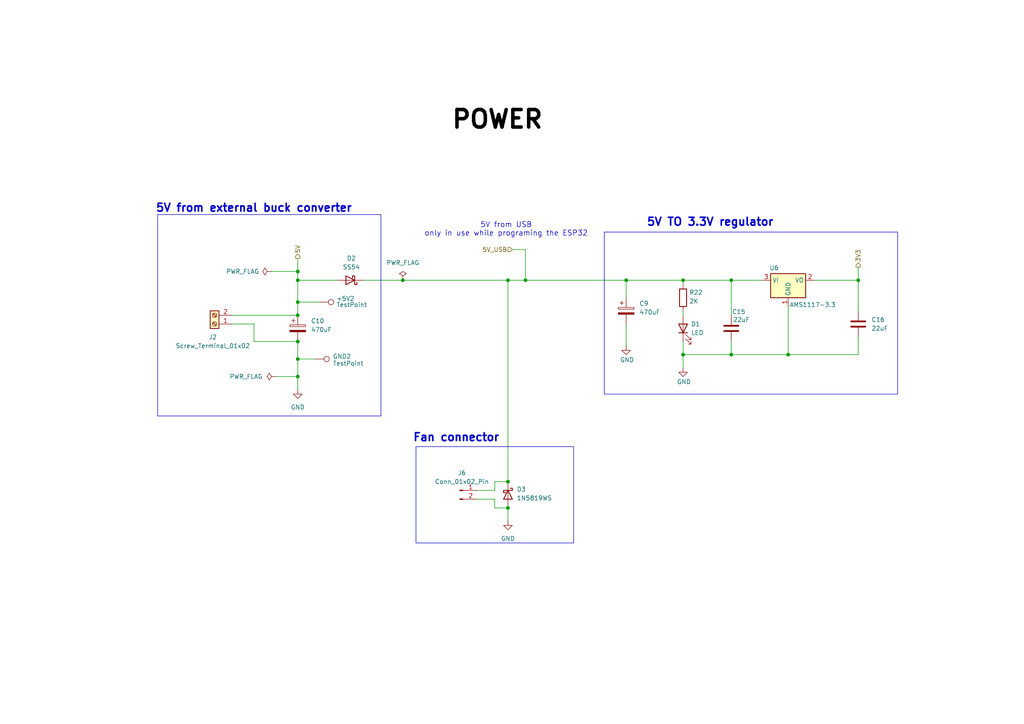
<source format=kicad_sch>
(kicad_sch
	(version 20231120)
	(generator "eeschema")
	(generator_version "8.0")
	(uuid "b7b81b5a-754b-49bb-b8a6-c497da1a856c")
	(paper "A4")
	(lib_symbols
		(symbol "Connector:Conn_01x02_Pin"
			(pin_names
				(offset 1.016) hide)
			(exclude_from_sim no)
			(in_bom yes)
			(on_board yes)
			(property "Reference" "J"
				(at 0 2.54 0)
				(effects
					(font
						(size 1.27 1.27)
					)
				)
			)
			(property "Value" "Conn_01x02_Pin"
				(at 0 -5.08 0)
				(effects
					(font
						(size 1.27 1.27)
					)
				)
			)
			(property "Footprint" ""
				(at 0 0 0)
				(effects
					(font
						(size 1.27 1.27)
					)
					(hide yes)
				)
			)
			(property "Datasheet" "~"
				(at 0 0 0)
				(effects
					(font
						(size 1.27 1.27)
					)
					(hide yes)
				)
			)
			(property "Description" "Generic connector, single row, 01x02, script generated"
				(at 0 0 0)
				(effects
					(font
						(size 1.27 1.27)
					)
					(hide yes)
				)
			)
			(property "ki_locked" ""
				(at 0 0 0)
				(effects
					(font
						(size 1.27 1.27)
					)
				)
			)
			(property "ki_keywords" "connector"
				(at 0 0 0)
				(effects
					(font
						(size 1.27 1.27)
					)
					(hide yes)
				)
			)
			(property "ki_fp_filters" "Connector*:*_1x??_*"
				(at 0 0 0)
				(effects
					(font
						(size 1.27 1.27)
					)
					(hide yes)
				)
			)
			(symbol "Conn_01x02_Pin_1_1"
				(polyline
					(pts
						(xy 1.27 -2.54) (xy 0.8636 -2.54)
					)
					(stroke
						(width 0.1524)
						(type default)
					)
					(fill
						(type none)
					)
				)
				(polyline
					(pts
						(xy 1.27 0) (xy 0.8636 0)
					)
					(stroke
						(width 0.1524)
						(type default)
					)
					(fill
						(type none)
					)
				)
				(rectangle
					(start 0.8636 -2.413)
					(end 0 -2.667)
					(stroke
						(width 0.1524)
						(type default)
					)
					(fill
						(type outline)
					)
				)
				(rectangle
					(start 0.8636 0.127)
					(end 0 -0.127)
					(stroke
						(width 0.1524)
						(type default)
					)
					(fill
						(type outline)
					)
				)
				(pin passive line
					(at 5.08 0 180)
					(length 3.81)
					(name "Pin_1"
						(effects
							(font
								(size 1.27 1.27)
							)
						)
					)
					(number "1"
						(effects
							(font
								(size 1.27 1.27)
							)
						)
					)
				)
				(pin passive line
					(at 5.08 -2.54 180)
					(length 3.81)
					(name "Pin_2"
						(effects
							(font
								(size 1.27 1.27)
							)
						)
					)
					(number "2"
						(effects
							(font
								(size 1.27 1.27)
							)
						)
					)
				)
			)
		)
		(symbol "Connector:Screw_Terminal_01x02"
			(pin_names
				(offset 1.016) hide)
			(exclude_from_sim no)
			(in_bom yes)
			(on_board yes)
			(property "Reference" "J"
				(at 0 2.54 0)
				(effects
					(font
						(size 1.27 1.27)
					)
				)
			)
			(property "Value" "Screw_Terminal_01x02"
				(at 0 -5.08 0)
				(effects
					(font
						(size 1.27 1.27)
					)
				)
			)
			(property "Footprint" ""
				(at 0 0 0)
				(effects
					(font
						(size 1.27 1.27)
					)
					(hide yes)
				)
			)
			(property "Datasheet" "~"
				(at 0 0 0)
				(effects
					(font
						(size 1.27 1.27)
					)
					(hide yes)
				)
			)
			(property "Description" "Generic screw terminal, single row, 01x02, script generated (kicad-library-utils/schlib/autogen/connector/)"
				(at 0 0 0)
				(effects
					(font
						(size 1.27 1.27)
					)
					(hide yes)
				)
			)
			(property "ki_keywords" "screw terminal"
				(at 0 0 0)
				(effects
					(font
						(size 1.27 1.27)
					)
					(hide yes)
				)
			)
			(property "ki_fp_filters" "TerminalBlock*:*"
				(at 0 0 0)
				(effects
					(font
						(size 1.27 1.27)
					)
					(hide yes)
				)
			)
			(symbol "Screw_Terminal_01x02_1_1"
				(rectangle
					(start -1.27 1.27)
					(end 1.27 -3.81)
					(stroke
						(width 0.254)
						(type default)
					)
					(fill
						(type background)
					)
				)
				(circle
					(center 0 -2.54)
					(radius 0.635)
					(stroke
						(width 0.1524)
						(type default)
					)
					(fill
						(type none)
					)
				)
				(polyline
					(pts
						(xy -0.5334 -2.2098) (xy 0.3302 -3.048)
					)
					(stroke
						(width 0.1524)
						(type default)
					)
					(fill
						(type none)
					)
				)
				(polyline
					(pts
						(xy -0.5334 0.3302) (xy 0.3302 -0.508)
					)
					(stroke
						(width 0.1524)
						(type default)
					)
					(fill
						(type none)
					)
				)
				(polyline
					(pts
						(xy -0.3556 -2.032) (xy 0.508 -2.8702)
					)
					(stroke
						(width 0.1524)
						(type default)
					)
					(fill
						(type none)
					)
				)
				(polyline
					(pts
						(xy -0.3556 0.508) (xy 0.508 -0.3302)
					)
					(stroke
						(width 0.1524)
						(type default)
					)
					(fill
						(type none)
					)
				)
				(circle
					(center 0 0)
					(radius 0.635)
					(stroke
						(width 0.1524)
						(type default)
					)
					(fill
						(type none)
					)
				)
				(pin passive line
					(at -5.08 0 0)
					(length 3.81)
					(name "Pin_1"
						(effects
							(font
								(size 1.27 1.27)
							)
						)
					)
					(number "1"
						(effects
							(font
								(size 1.27 1.27)
							)
						)
					)
				)
				(pin passive line
					(at -5.08 -2.54 0)
					(length 3.81)
					(name "Pin_2"
						(effects
							(font
								(size 1.27 1.27)
							)
						)
					)
					(number "2"
						(effects
							(font
								(size 1.27 1.27)
							)
						)
					)
				)
			)
		)
		(symbol "Connector:TestPoint"
			(pin_numbers hide)
			(pin_names
				(offset 0.762) hide)
			(exclude_from_sim no)
			(in_bom yes)
			(on_board yes)
			(property "Reference" "TP"
				(at 0 6.858 0)
				(effects
					(font
						(size 1.27 1.27)
					)
				)
			)
			(property "Value" "TestPoint"
				(at 0 5.08 0)
				(effects
					(font
						(size 1.27 1.27)
					)
				)
			)
			(property "Footprint" ""
				(at 5.08 0 0)
				(effects
					(font
						(size 1.27 1.27)
					)
					(hide yes)
				)
			)
			(property "Datasheet" "~"
				(at 5.08 0 0)
				(effects
					(font
						(size 1.27 1.27)
					)
					(hide yes)
				)
			)
			(property "Description" "test point"
				(at 0 0 0)
				(effects
					(font
						(size 1.27 1.27)
					)
					(hide yes)
				)
			)
			(property "ki_keywords" "test point tp"
				(at 0 0 0)
				(effects
					(font
						(size 1.27 1.27)
					)
					(hide yes)
				)
			)
			(property "ki_fp_filters" "Pin* Test*"
				(at 0 0 0)
				(effects
					(font
						(size 1.27 1.27)
					)
					(hide yes)
				)
			)
			(symbol "TestPoint_0_1"
				(circle
					(center 0 3.302)
					(radius 0.762)
					(stroke
						(width 0)
						(type default)
					)
					(fill
						(type none)
					)
				)
			)
			(symbol "TestPoint_1_1"
				(pin passive line
					(at 0 0 90)
					(length 2.54)
					(name "1"
						(effects
							(font
								(size 1.27 1.27)
							)
						)
					)
					(number "1"
						(effects
							(font
								(size 1.27 1.27)
							)
						)
					)
				)
			)
		)
		(symbol "Device:C"
			(pin_numbers hide)
			(pin_names
				(offset 0.254)
			)
			(exclude_from_sim no)
			(in_bom yes)
			(on_board yes)
			(property "Reference" "C"
				(at 0.635 2.54 0)
				(effects
					(font
						(size 1.27 1.27)
					)
					(justify left)
				)
			)
			(property "Value" "C"
				(at 0.635 -2.54 0)
				(effects
					(font
						(size 1.27 1.27)
					)
					(justify left)
				)
			)
			(property "Footprint" ""
				(at 0.9652 -3.81 0)
				(effects
					(font
						(size 1.27 1.27)
					)
					(hide yes)
				)
			)
			(property "Datasheet" "~"
				(at 0 0 0)
				(effects
					(font
						(size 1.27 1.27)
					)
					(hide yes)
				)
			)
			(property "Description" "Unpolarized capacitor"
				(at 0 0 0)
				(effects
					(font
						(size 1.27 1.27)
					)
					(hide yes)
				)
			)
			(property "ki_keywords" "cap capacitor"
				(at 0 0 0)
				(effects
					(font
						(size 1.27 1.27)
					)
					(hide yes)
				)
			)
			(property "ki_fp_filters" "C_*"
				(at 0 0 0)
				(effects
					(font
						(size 1.27 1.27)
					)
					(hide yes)
				)
			)
			(symbol "C_0_1"
				(polyline
					(pts
						(xy -2.032 -0.762) (xy 2.032 -0.762)
					)
					(stroke
						(width 0.508)
						(type default)
					)
					(fill
						(type none)
					)
				)
				(polyline
					(pts
						(xy -2.032 0.762) (xy 2.032 0.762)
					)
					(stroke
						(width 0.508)
						(type default)
					)
					(fill
						(type none)
					)
				)
			)
			(symbol "C_1_1"
				(pin passive line
					(at 0 3.81 270)
					(length 2.794)
					(name "~"
						(effects
							(font
								(size 1.27 1.27)
							)
						)
					)
					(number "1"
						(effects
							(font
								(size 1.27 1.27)
							)
						)
					)
				)
				(pin passive line
					(at 0 -3.81 90)
					(length 2.794)
					(name "~"
						(effects
							(font
								(size 1.27 1.27)
							)
						)
					)
					(number "2"
						(effects
							(font
								(size 1.27 1.27)
							)
						)
					)
				)
			)
		)
		(symbol "Device:C_Polarized"
			(pin_numbers hide)
			(pin_names
				(offset 0.254)
			)
			(exclude_from_sim no)
			(in_bom yes)
			(on_board yes)
			(property "Reference" "C"
				(at 0.635 2.54 0)
				(effects
					(font
						(size 1.27 1.27)
					)
					(justify left)
				)
			)
			(property "Value" "C_Polarized"
				(at 0.635 -2.54 0)
				(effects
					(font
						(size 1.27 1.27)
					)
					(justify left)
				)
			)
			(property "Footprint" ""
				(at 0.9652 -3.81 0)
				(effects
					(font
						(size 1.27 1.27)
					)
					(hide yes)
				)
			)
			(property "Datasheet" "~"
				(at 0 0 0)
				(effects
					(font
						(size 1.27 1.27)
					)
					(hide yes)
				)
			)
			(property "Description" "Polarized capacitor"
				(at 0 0 0)
				(effects
					(font
						(size 1.27 1.27)
					)
					(hide yes)
				)
			)
			(property "ki_keywords" "cap capacitor"
				(at 0 0 0)
				(effects
					(font
						(size 1.27 1.27)
					)
					(hide yes)
				)
			)
			(property "ki_fp_filters" "CP_*"
				(at 0 0 0)
				(effects
					(font
						(size 1.27 1.27)
					)
					(hide yes)
				)
			)
			(symbol "C_Polarized_0_1"
				(rectangle
					(start -2.286 0.508)
					(end 2.286 1.016)
					(stroke
						(width 0)
						(type default)
					)
					(fill
						(type none)
					)
				)
				(polyline
					(pts
						(xy -1.778 2.286) (xy -0.762 2.286)
					)
					(stroke
						(width 0)
						(type default)
					)
					(fill
						(type none)
					)
				)
				(polyline
					(pts
						(xy -1.27 2.794) (xy -1.27 1.778)
					)
					(stroke
						(width 0)
						(type default)
					)
					(fill
						(type none)
					)
				)
				(rectangle
					(start 2.286 -0.508)
					(end -2.286 -1.016)
					(stroke
						(width 0)
						(type default)
					)
					(fill
						(type outline)
					)
				)
			)
			(symbol "C_Polarized_1_1"
				(pin passive line
					(at 0 3.81 270)
					(length 2.794)
					(name "~"
						(effects
							(font
								(size 1.27 1.27)
							)
						)
					)
					(number "1"
						(effects
							(font
								(size 1.27 1.27)
							)
						)
					)
				)
				(pin passive line
					(at 0 -3.81 90)
					(length 2.794)
					(name "~"
						(effects
							(font
								(size 1.27 1.27)
							)
						)
					)
					(number "2"
						(effects
							(font
								(size 1.27 1.27)
							)
						)
					)
				)
			)
		)
		(symbol "Device:D_Schottky"
			(pin_numbers hide)
			(pin_names
				(offset 1.016) hide)
			(exclude_from_sim no)
			(in_bom yes)
			(on_board yes)
			(property "Reference" "D"
				(at 0 2.54 0)
				(effects
					(font
						(size 1.27 1.27)
					)
				)
			)
			(property "Value" "D_Schottky"
				(at 0 -2.54 0)
				(effects
					(font
						(size 1.27 1.27)
					)
				)
			)
			(property "Footprint" ""
				(at 0 0 0)
				(effects
					(font
						(size 1.27 1.27)
					)
					(hide yes)
				)
			)
			(property "Datasheet" "~"
				(at 0 0 0)
				(effects
					(font
						(size 1.27 1.27)
					)
					(hide yes)
				)
			)
			(property "Description" "Schottky diode"
				(at 0 0 0)
				(effects
					(font
						(size 1.27 1.27)
					)
					(hide yes)
				)
			)
			(property "ki_keywords" "diode Schottky"
				(at 0 0 0)
				(effects
					(font
						(size 1.27 1.27)
					)
					(hide yes)
				)
			)
			(property "ki_fp_filters" "TO-???* *_Diode_* *SingleDiode* D_*"
				(at 0 0 0)
				(effects
					(font
						(size 1.27 1.27)
					)
					(hide yes)
				)
			)
			(symbol "D_Schottky_0_1"
				(polyline
					(pts
						(xy 1.27 0) (xy -1.27 0)
					)
					(stroke
						(width 0)
						(type default)
					)
					(fill
						(type none)
					)
				)
				(polyline
					(pts
						(xy 1.27 1.27) (xy 1.27 -1.27) (xy -1.27 0) (xy 1.27 1.27)
					)
					(stroke
						(width 0.254)
						(type default)
					)
					(fill
						(type none)
					)
				)
				(polyline
					(pts
						(xy -1.905 0.635) (xy -1.905 1.27) (xy -1.27 1.27) (xy -1.27 -1.27) (xy -0.635 -1.27) (xy -0.635 -0.635)
					)
					(stroke
						(width 0.254)
						(type default)
					)
					(fill
						(type none)
					)
				)
			)
			(symbol "D_Schottky_1_1"
				(pin passive line
					(at -3.81 0 0)
					(length 2.54)
					(name "K"
						(effects
							(font
								(size 1.27 1.27)
							)
						)
					)
					(number "1"
						(effects
							(font
								(size 1.27 1.27)
							)
						)
					)
				)
				(pin passive line
					(at 3.81 0 180)
					(length 2.54)
					(name "A"
						(effects
							(font
								(size 1.27 1.27)
							)
						)
					)
					(number "2"
						(effects
							(font
								(size 1.27 1.27)
							)
						)
					)
				)
			)
		)
		(symbol "Device:LED"
			(pin_numbers hide)
			(pin_names
				(offset 1.016) hide)
			(exclude_from_sim no)
			(in_bom yes)
			(on_board yes)
			(property "Reference" "D"
				(at 0 2.54 0)
				(effects
					(font
						(size 1.27 1.27)
					)
				)
			)
			(property "Value" "LED"
				(at 0 -2.54 0)
				(effects
					(font
						(size 1.27 1.27)
					)
				)
			)
			(property "Footprint" ""
				(at 0 0 0)
				(effects
					(font
						(size 1.27 1.27)
					)
					(hide yes)
				)
			)
			(property "Datasheet" "~"
				(at 0 0 0)
				(effects
					(font
						(size 1.27 1.27)
					)
					(hide yes)
				)
			)
			(property "Description" "Light emitting diode"
				(at 0 0 0)
				(effects
					(font
						(size 1.27 1.27)
					)
					(hide yes)
				)
			)
			(property "ki_keywords" "LED diode"
				(at 0 0 0)
				(effects
					(font
						(size 1.27 1.27)
					)
					(hide yes)
				)
			)
			(property "ki_fp_filters" "LED* LED_SMD:* LED_THT:*"
				(at 0 0 0)
				(effects
					(font
						(size 1.27 1.27)
					)
					(hide yes)
				)
			)
			(symbol "LED_0_1"
				(polyline
					(pts
						(xy -1.27 -1.27) (xy -1.27 1.27)
					)
					(stroke
						(width 0.254)
						(type default)
					)
					(fill
						(type none)
					)
				)
				(polyline
					(pts
						(xy -1.27 0) (xy 1.27 0)
					)
					(stroke
						(width 0)
						(type default)
					)
					(fill
						(type none)
					)
				)
				(polyline
					(pts
						(xy 1.27 -1.27) (xy 1.27 1.27) (xy -1.27 0) (xy 1.27 -1.27)
					)
					(stroke
						(width 0.254)
						(type default)
					)
					(fill
						(type none)
					)
				)
				(polyline
					(pts
						(xy -3.048 -0.762) (xy -4.572 -2.286) (xy -3.81 -2.286) (xy -4.572 -2.286) (xy -4.572 -1.524)
					)
					(stroke
						(width 0)
						(type default)
					)
					(fill
						(type none)
					)
				)
				(polyline
					(pts
						(xy -1.778 -0.762) (xy -3.302 -2.286) (xy -2.54 -2.286) (xy -3.302 -2.286) (xy -3.302 -1.524)
					)
					(stroke
						(width 0)
						(type default)
					)
					(fill
						(type none)
					)
				)
			)
			(symbol "LED_1_1"
				(pin passive line
					(at -3.81 0 0)
					(length 2.54)
					(name "K"
						(effects
							(font
								(size 1.27 1.27)
							)
						)
					)
					(number "1"
						(effects
							(font
								(size 1.27 1.27)
							)
						)
					)
				)
				(pin passive line
					(at 3.81 0 180)
					(length 2.54)
					(name "A"
						(effects
							(font
								(size 1.27 1.27)
							)
						)
					)
					(number "2"
						(effects
							(font
								(size 1.27 1.27)
							)
						)
					)
				)
			)
		)
		(symbol "Device:R"
			(pin_numbers hide)
			(pin_names
				(offset 0)
			)
			(exclude_from_sim no)
			(in_bom yes)
			(on_board yes)
			(property "Reference" "R"
				(at 2.032 0 90)
				(effects
					(font
						(size 1.27 1.27)
					)
				)
			)
			(property "Value" "R"
				(at 0 0 90)
				(effects
					(font
						(size 1.27 1.27)
					)
				)
			)
			(property "Footprint" ""
				(at -1.778 0 90)
				(effects
					(font
						(size 1.27 1.27)
					)
					(hide yes)
				)
			)
			(property "Datasheet" "~"
				(at 0 0 0)
				(effects
					(font
						(size 1.27 1.27)
					)
					(hide yes)
				)
			)
			(property "Description" "Resistor"
				(at 0 0 0)
				(effects
					(font
						(size 1.27 1.27)
					)
					(hide yes)
				)
			)
			(property "ki_keywords" "R res resistor"
				(at 0 0 0)
				(effects
					(font
						(size 1.27 1.27)
					)
					(hide yes)
				)
			)
			(property "ki_fp_filters" "R_*"
				(at 0 0 0)
				(effects
					(font
						(size 1.27 1.27)
					)
					(hide yes)
				)
			)
			(symbol "R_0_1"
				(rectangle
					(start -1.016 -2.54)
					(end 1.016 2.54)
					(stroke
						(width 0.254)
						(type default)
					)
					(fill
						(type none)
					)
				)
			)
			(symbol "R_1_1"
				(pin passive line
					(at 0 3.81 270)
					(length 1.27)
					(name "~"
						(effects
							(font
								(size 1.27 1.27)
							)
						)
					)
					(number "1"
						(effects
							(font
								(size 1.27 1.27)
							)
						)
					)
				)
				(pin passive line
					(at 0 -3.81 90)
					(length 1.27)
					(name "~"
						(effects
							(font
								(size 1.27 1.27)
							)
						)
					)
					(number "2"
						(effects
							(font
								(size 1.27 1.27)
							)
						)
					)
				)
			)
		)
		(symbol "Diode:1N5819WS"
			(pin_numbers hide)
			(pin_names
				(offset 1.016) hide)
			(exclude_from_sim no)
			(in_bom yes)
			(on_board yes)
			(property "Reference" "D"
				(at 0 2.54 0)
				(effects
					(font
						(size 1.27 1.27)
					)
				)
			)
			(property "Value" "1N5819WS"
				(at 0 -2.54 0)
				(effects
					(font
						(size 1.27 1.27)
					)
				)
			)
			(property "Footprint" "Diode_SMD:D_SOD-323"
				(at 0 -4.445 0)
				(effects
					(font
						(size 1.27 1.27)
					)
					(hide yes)
				)
			)
			(property "Datasheet" "https://datasheet.lcsc.com/lcsc/2204281430_Guangdong-Hottech-1N5819WS_C191023.pdf"
				(at 0 0 0)
				(effects
					(font
						(size 1.27 1.27)
					)
					(hide yes)
				)
			)
			(property "Description" "40V 600mV@1A 1A SOD-323 Schottky Barrier Diodes, SOD-323"
				(at 0 0 0)
				(effects
					(font
						(size 1.27 1.27)
					)
					(hide yes)
				)
			)
			(property "ki_keywords" "diode Schottky"
				(at 0 0 0)
				(effects
					(font
						(size 1.27 1.27)
					)
					(hide yes)
				)
			)
			(property "ki_fp_filters" "D*SOD?323*"
				(at 0 0 0)
				(effects
					(font
						(size 1.27 1.27)
					)
					(hide yes)
				)
			)
			(symbol "1N5819WS_0_1"
				(polyline
					(pts
						(xy 1.27 0) (xy -1.27 0)
					)
					(stroke
						(width 0)
						(type default)
					)
					(fill
						(type none)
					)
				)
				(polyline
					(pts
						(xy 1.27 1.27) (xy 1.27 -1.27) (xy -1.27 0) (xy 1.27 1.27)
					)
					(stroke
						(width 0.254)
						(type default)
					)
					(fill
						(type none)
					)
				)
				(polyline
					(pts
						(xy -1.905 0.635) (xy -1.905 1.27) (xy -1.27 1.27) (xy -1.27 -1.27) (xy -0.635 -1.27) (xy -0.635 -0.635)
					)
					(stroke
						(width 0.254)
						(type default)
					)
					(fill
						(type none)
					)
				)
			)
			(symbol "1N5819WS_1_1"
				(pin passive line
					(at -3.81 0 0)
					(length 2.54)
					(name "K"
						(effects
							(font
								(size 1.27 1.27)
							)
						)
					)
					(number "1"
						(effects
							(font
								(size 1.27 1.27)
							)
						)
					)
				)
				(pin passive line
					(at 3.81 0 180)
					(length 2.54)
					(name "A"
						(effects
							(font
								(size 1.27 1.27)
							)
						)
					)
					(number "2"
						(effects
							(font
								(size 1.27 1.27)
							)
						)
					)
				)
			)
		)
		(symbol "Regulator_Linear:AMS1117-3.3"
			(exclude_from_sim no)
			(in_bom yes)
			(on_board yes)
			(property "Reference" "U"
				(at -3.81 3.175 0)
				(effects
					(font
						(size 1.27 1.27)
					)
				)
			)
			(property "Value" "AMS1117-3.3"
				(at 0 3.175 0)
				(effects
					(font
						(size 1.27 1.27)
					)
					(justify left)
				)
			)
			(property "Footprint" "Package_TO_SOT_SMD:SOT-223-3_TabPin2"
				(at 0 5.08 0)
				(effects
					(font
						(size 1.27 1.27)
					)
					(hide yes)
				)
			)
			(property "Datasheet" "http://www.advanced-monolithic.com/pdf/ds1117.pdf"
				(at 2.54 -6.35 0)
				(effects
					(font
						(size 1.27 1.27)
					)
					(hide yes)
				)
			)
			(property "Description" "1A Low Dropout regulator, positive, 3.3V fixed output, SOT-223"
				(at 0 0 0)
				(effects
					(font
						(size 1.27 1.27)
					)
					(hide yes)
				)
			)
			(property "ki_keywords" "linear regulator ldo fixed positive"
				(at 0 0 0)
				(effects
					(font
						(size 1.27 1.27)
					)
					(hide yes)
				)
			)
			(property "ki_fp_filters" "SOT?223*TabPin2*"
				(at 0 0 0)
				(effects
					(font
						(size 1.27 1.27)
					)
					(hide yes)
				)
			)
			(symbol "AMS1117-3.3_0_1"
				(rectangle
					(start -5.08 -5.08)
					(end 5.08 1.905)
					(stroke
						(width 0.254)
						(type default)
					)
					(fill
						(type background)
					)
				)
			)
			(symbol "AMS1117-3.3_1_1"
				(pin power_in line
					(at 0 -7.62 90)
					(length 2.54)
					(name "GND"
						(effects
							(font
								(size 1.27 1.27)
							)
						)
					)
					(number "1"
						(effects
							(font
								(size 1.27 1.27)
							)
						)
					)
				)
				(pin power_out line
					(at 7.62 0 180)
					(length 2.54)
					(name "VO"
						(effects
							(font
								(size 1.27 1.27)
							)
						)
					)
					(number "2"
						(effects
							(font
								(size 1.27 1.27)
							)
						)
					)
				)
				(pin power_in line
					(at -7.62 0 0)
					(length 2.54)
					(name "VI"
						(effects
							(font
								(size 1.27 1.27)
							)
						)
					)
					(number "3"
						(effects
							(font
								(size 1.27 1.27)
							)
						)
					)
				)
			)
		)
		(symbol "power:GND"
			(power)
			(pin_numbers hide)
			(pin_names
				(offset 0) hide)
			(exclude_from_sim no)
			(in_bom yes)
			(on_board yes)
			(property "Reference" "#PWR"
				(at 0 -6.35 0)
				(effects
					(font
						(size 1.27 1.27)
					)
					(hide yes)
				)
			)
			(property "Value" "GND"
				(at 0 -3.81 0)
				(effects
					(font
						(size 1.27 1.27)
					)
				)
			)
			(property "Footprint" ""
				(at 0 0 0)
				(effects
					(font
						(size 1.27 1.27)
					)
					(hide yes)
				)
			)
			(property "Datasheet" ""
				(at 0 0 0)
				(effects
					(font
						(size 1.27 1.27)
					)
					(hide yes)
				)
			)
			(property "Description" "Power symbol creates a global label with name \"GND\" , ground"
				(at 0 0 0)
				(effects
					(font
						(size 1.27 1.27)
					)
					(hide yes)
				)
			)
			(property "ki_keywords" "global power"
				(at 0 0 0)
				(effects
					(font
						(size 1.27 1.27)
					)
					(hide yes)
				)
			)
			(symbol "GND_0_1"
				(polyline
					(pts
						(xy 0 0) (xy 0 -1.27) (xy 1.27 -1.27) (xy 0 -2.54) (xy -1.27 -1.27) (xy 0 -1.27)
					)
					(stroke
						(width 0)
						(type default)
					)
					(fill
						(type none)
					)
				)
			)
			(symbol "GND_1_1"
				(pin power_in line
					(at 0 0 270)
					(length 0)
					(name "~"
						(effects
							(font
								(size 1.27 1.27)
							)
						)
					)
					(number "1"
						(effects
							(font
								(size 1.27 1.27)
							)
						)
					)
				)
			)
		)
		(symbol "power:PWR_FLAG"
			(power)
			(pin_numbers hide)
			(pin_names
				(offset 0) hide)
			(exclude_from_sim no)
			(in_bom yes)
			(on_board yes)
			(property "Reference" "#FLG"
				(at 0 1.905 0)
				(effects
					(font
						(size 1.27 1.27)
					)
					(hide yes)
				)
			)
			(property "Value" "PWR_FLAG"
				(at 0 3.81 0)
				(effects
					(font
						(size 1.27 1.27)
					)
				)
			)
			(property "Footprint" ""
				(at 0 0 0)
				(effects
					(font
						(size 1.27 1.27)
					)
					(hide yes)
				)
			)
			(property "Datasheet" "~"
				(at 0 0 0)
				(effects
					(font
						(size 1.27 1.27)
					)
					(hide yes)
				)
			)
			(property "Description" "Special symbol for telling ERC where power comes from"
				(at 0 0 0)
				(effects
					(font
						(size 1.27 1.27)
					)
					(hide yes)
				)
			)
			(property "ki_keywords" "flag power"
				(at 0 0 0)
				(effects
					(font
						(size 1.27 1.27)
					)
					(hide yes)
				)
			)
			(symbol "PWR_FLAG_0_0"
				(pin power_out line
					(at 0 0 90)
					(length 0)
					(name "~"
						(effects
							(font
								(size 1.27 1.27)
							)
						)
					)
					(number "1"
						(effects
							(font
								(size 1.27 1.27)
							)
						)
					)
				)
			)
			(symbol "PWR_FLAG_0_1"
				(polyline
					(pts
						(xy 0 0) (xy 0 1.27) (xy -1.016 1.905) (xy 0 2.54) (xy 1.016 1.905) (xy 0 1.27)
					)
					(stroke
						(width 0)
						(type default)
					)
					(fill
						(type none)
					)
				)
			)
		)
	)
	(junction
		(at 86.36 91.44)
		(diameter 0)
		(color 0 0 0 0)
		(uuid "137a2871-3a2b-49e5-9ede-33f8f3cbf6c4")
	)
	(junction
		(at 86.36 81.28)
		(diameter 0)
		(color 0 0 0 0)
		(uuid "25a7f90e-3720-4b9a-8356-c3971604b5ef")
	)
	(junction
		(at 86.36 104.14)
		(diameter 0)
		(color 0 0 0 0)
		(uuid "336b3a4c-1550-4e59-9fe6-e0d2c6e7d9b9")
	)
	(junction
		(at 116.84 81.28)
		(diameter 0)
		(color 0 0 0 0)
		(uuid "39811942-aa54-4802-95ec-8a4c96265936")
	)
	(junction
		(at 198.12 102.87)
		(diameter 0)
		(color 0 0 0 0)
		(uuid "5c7a7016-587f-48b4-a325-f192bd027437")
	)
	(junction
		(at 198.12 81.28)
		(diameter 0)
		(color 0 0 0 0)
		(uuid "603c5708-72e7-4add-827a-d892ce8b70a3")
	)
	(junction
		(at 86.36 109.22)
		(diameter 0)
		(color 0 0 0 0)
		(uuid "745d2f18-81e6-4a60-83b8-34d3eb7b08ec")
	)
	(junction
		(at 212.09 81.28)
		(diameter 0)
		(color 0 0 0 0)
		(uuid "80f77431-7581-49c8-bc7a-7f9b5dfca802")
	)
	(junction
		(at 248.92 81.28)
		(diameter 0)
		(color 0 0 0 0)
		(uuid "8f842136-757d-4679-b2d0-1e77ee502891")
	)
	(junction
		(at 86.36 78.74)
		(diameter 0)
		(color 0 0 0 0)
		(uuid "9fd12d7c-7006-4bbb-b0a7-bd76b20a4313")
	)
	(junction
		(at 147.32 81.28)
		(diameter 0)
		(color 0 0 0 0)
		(uuid "a40f3d4e-b222-4285-aa7c-358aebc9bd36")
	)
	(junction
		(at 212.09 102.87)
		(diameter 0)
		(color 0 0 0 0)
		(uuid "a59d08f0-314b-4bad-affb-96651b1446ea")
	)
	(junction
		(at 152.4 81.28)
		(diameter 0)
		(color 0 0 0 0)
		(uuid "a6b06836-31bd-4b13-b240-5c7252b519f7")
	)
	(junction
		(at 147.32 147.32)
		(diameter 0)
		(color 0 0 0 0)
		(uuid "a9ad61a8-bb9f-4d63-b742-7f0bdd6c5813")
	)
	(junction
		(at 181.61 81.28)
		(diameter 0)
		(color 0 0 0 0)
		(uuid "b46a07cd-bf27-42d3-bfc6-beb871c3e926")
	)
	(junction
		(at 147.32 139.7)
		(diameter 0)
		(color 0 0 0 0)
		(uuid "b8b0fe4f-09b3-4531-a043-b11ff0ebb7eb")
	)
	(junction
		(at 86.36 87.63)
		(diameter 0)
		(color 0 0 0 0)
		(uuid "c2a1e87b-3c29-40b6-bfb7-33d8b8e2aa11")
	)
	(junction
		(at 228.6 102.87)
		(diameter 0)
		(color 0 0 0 0)
		(uuid "d5621837-4ca1-44e3-b6c1-2b2ceacd6e2f")
	)
	(junction
		(at 86.36 99.06)
		(diameter 0)
		(color 0 0 0 0)
		(uuid "f0d48dc1-75c6-476c-91e4-513609f4b136")
	)
	(wire
		(pts
			(xy 138.43 142.24) (xy 143.51 142.24)
		)
		(stroke
			(width 0)
			(type default)
		)
		(uuid "01871f0b-216d-45c1-9813-6f91182d931a")
	)
	(wire
		(pts
			(xy 86.36 104.14) (xy 86.36 109.22)
		)
		(stroke
			(width 0)
			(type default)
		)
		(uuid "0af272ad-fd37-4117-a782-3ad17c64070d")
	)
	(wire
		(pts
			(xy 220.98 81.28) (xy 212.09 81.28)
		)
		(stroke
			(width 0)
			(type default)
		)
		(uuid "0c4e85e8-1647-4f17-ba86-4fb48a293dae")
	)
	(wire
		(pts
			(xy 67.31 91.44) (xy 86.36 91.44)
		)
		(stroke
			(width 0)
			(type default)
		)
		(uuid "10516396-ed3a-442b-b9d2-0f2668da3ee0")
	)
	(wire
		(pts
			(xy 86.36 99.06) (xy 86.36 104.14)
		)
		(stroke
			(width 0)
			(type default)
		)
		(uuid "1c41385f-9001-4cb0-82da-bd4b26623083")
	)
	(wire
		(pts
			(xy 147.32 81.28) (xy 147.32 139.7)
		)
		(stroke
			(width 0)
			(type default)
		)
		(uuid "1cdf074f-f1d9-4933-b1a7-9ba27ff11df3")
	)
	(wire
		(pts
			(xy 80.01 109.22) (xy 86.36 109.22)
		)
		(stroke
			(width 0)
			(type default)
		)
		(uuid "20c28fbe-e455-4b49-90f2-9512ae147e32")
	)
	(wire
		(pts
			(xy 116.84 81.28) (xy 147.32 81.28)
		)
		(stroke
			(width 0)
			(type default)
		)
		(uuid "25d38194-11b7-46d1-9da6-e0b2891830ec")
	)
	(wire
		(pts
			(xy 248.92 97.79) (xy 248.92 102.87)
		)
		(stroke
			(width 0)
			(type default)
		)
		(uuid "2e5a9a52-8392-47bb-a7db-5b882aae65df")
	)
	(wire
		(pts
			(xy 152.4 81.28) (xy 181.61 81.28)
		)
		(stroke
			(width 0)
			(type default)
		)
		(uuid "4401dd1f-0511-49c9-8849-4ec6d1f24bc7")
	)
	(wire
		(pts
			(xy 86.36 109.22) (xy 86.36 113.03)
		)
		(stroke
			(width 0)
			(type default)
		)
		(uuid "4a3e1311-536b-462d-b40a-590abcb3795c")
	)
	(wire
		(pts
			(xy 147.32 147.32) (xy 147.32 151.13)
		)
		(stroke
			(width 0)
			(type default)
		)
		(uuid "4b2cb4f4-deaf-4070-970a-f7a37d1e6ea9")
	)
	(wire
		(pts
			(xy 212.09 81.28) (xy 212.09 91.44)
		)
		(stroke
			(width 0)
			(type default)
		)
		(uuid "4f26f111-c433-463f-8aed-5aa3c64233dc")
	)
	(wire
		(pts
			(xy 198.12 81.28) (xy 198.12 82.55)
		)
		(stroke
			(width 0)
			(type default)
		)
		(uuid "4f93f58a-9eca-437a-a9a8-6686db93f93d")
	)
	(wire
		(pts
			(xy 143.51 139.7) (xy 147.32 139.7)
		)
		(stroke
			(width 0)
			(type default)
		)
		(uuid "58640572-fce4-45e2-99ba-7fd3fd11319d")
	)
	(wire
		(pts
			(xy 67.31 93.98) (xy 73.66 93.98)
		)
		(stroke
			(width 0)
			(type default)
		)
		(uuid "66113d72-f792-45bb-bdcf-baa571568ef5")
	)
	(wire
		(pts
			(xy 198.12 102.87) (xy 212.09 102.87)
		)
		(stroke
			(width 0)
			(type default)
		)
		(uuid "6a9a600f-8384-477a-9018-a55f85eefb7b")
	)
	(wire
		(pts
			(xy 78.74 78.74) (xy 86.36 78.74)
		)
		(stroke
			(width 0)
			(type default)
		)
		(uuid "6ad1b080-c90b-47d4-ab67-8ff896c85ca3")
	)
	(wire
		(pts
			(xy 198.12 81.28) (xy 212.09 81.28)
		)
		(stroke
			(width 0)
			(type default)
		)
		(uuid "6d5d32f4-dd16-4759-afe0-c6941f65e1a2")
	)
	(wire
		(pts
			(xy 147.32 81.28) (xy 152.4 81.28)
		)
		(stroke
			(width 0)
			(type default)
		)
		(uuid "70d7d990-a067-42a9-905f-d8e035da96c7")
	)
	(wire
		(pts
			(xy 143.51 142.24) (xy 143.51 139.7)
		)
		(stroke
			(width 0)
			(type default)
		)
		(uuid "74a9d54e-69bf-4ecc-bf6a-999931bda426")
	)
	(wire
		(pts
			(xy 228.6 102.87) (xy 248.92 102.87)
		)
		(stroke
			(width 0)
			(type default)
		)
		(uuid "7ce1b205-bad8-4dde-981d-b8f80a172502")
	)
	(wire
		(pts
			(xy 91.44 104.14) (xy 86.36 104.14)
		)
		(stroke
			(width 0)
			(type default)
		)
		(uuid "813fca9a-1b80-434f-81be-dae5968e49f6")
	)
	(wire
		(pts
			(xy 105.41 81.28) (xy 116.84 81.28)
		)
		(stroke
			(width 0)
			(type default)
		)
		(uuid "82e8b681-9f73-41f8-bb7c-d696b518a930")
	)
	(wire
		(pts
			(xy 86.36 78.74) (xy 86.36 81.28)
		)
		(stroke
			(width 0)
			(type default)
		)
		(uuid "83c36c22-6d4c-4838-893b-79716eb13b3d")
	)
	(wire
		(pts
			(xy 181.61 93.98) (xy 181.61 100.33)
		)
		(stroke
			(width 0)
			(type default)
		)
		(uuid "86db7d43-d5ce-4582-9c71-7a47c006963c")
	)
	(wire
		(pts
			(xy 152.4 72.39) (xy 152.4 81.28)
		)
		(stroke
			(width 0)
			(type default)
		)
		(uuid "88e31a4a-59e9-4a66-b143-6b0f6e93f780")
	)
	(wire
		(pts
			(xy 73.66 93.98) (xy 73.66 99.06)
		)
		(stroke
			(width 0)
			(type default)
		)
		(uuid "8b1147b0-076c-4e4c-83df-5e567e873324")
	)
	(wire
		(pts
			(xy 86.36 81.28) (xy 86.36 87.63)
		)
		(stroke
			(width 0)
			(type default)
		)
		(uuid "8d752040-0af7-4299-a5ef-f3c2bb6aa21e")
	)
	(wire
		(pts
			(xy 212.09 99.06) (xy 212.09 102.87)
		)
		(stroke
			(width 0)
			(type default)
		)
		(uuid "8eb8e21b-1ae1-4d4b-af62-fd8f8514c9c2")
	)
	(wire
		(pts
			(xy 198.12 90.17) (xy 198.12 91.44)
		)
		(stroke
			(width 0)
			(type default)
		)
		(uuid "90065fc6-4ffe-4bb7-9ac8-0650c6b7bed2")
	)
	(wire
		(pts
			(xy 181.61 81.28) (xy 181.61 86.36)
		)
		(stroke
			(width 0)
			(type default)
		)
		(uuid "934e7bf6-4f08-49a0-a7ac-ed65d2a6ef3d")
	)
	(wire
		(pts
			(xy 248.92 81.28) (xy 248.92 90.17)
		)
		(stroke
			(width 0)
			(type default)
		)
		(uuid "94eaabaa-8617-4682-a446-63375da79987")
	)
	(wire
		(pts
			(xy 143.51 144.78) (xy 143.51 147.32)
		)
		(stroke
			(width 0)
			(type default)
		)
		(uuid "a0c75d9f-da79-4a9b-a735-b2a1fb8b7d95")
	)
	(wire
		(pts
			(xy 181.61 81.28) (xy 198.12 81.28)
		)
		(stroke
			(width 0)
			(type default)
		)
		(uuid "a288c937-906b-4fcf-8d0e-e6e375904668")
	)
	(wire
		(pts
			(xy 92.71 87.63) (xy 86.36 87.63)
		)
		(stroke
			(width 0)
			(type default)
		)
		(uuid "a48ad88b-c230-4993-95e6-841cc39d0028")
	)
	(wire
		(pts
			(xy 143.51 147.32) (xy 147.32 147.32)
		)
		(stroke
			(width 0)
			(type default)
		)
		(uuid "a63a67ed-ae50-4ca0-a7d4-c18040c0cc33")
	)
	(wire
		(pts
			(xy 138.43 144.78) (xy 143.51 144.78)
		)
		(stroke
			(width 0)
			(type default)
		)
		(uuid "ad0479a9-015d-49e2-b2a2-219f735c9a08")
	)
	(wire
		(pts
			(xy 86.36 87.63) (xy 86.36 91.44)
		)
		(stroke
			(width 0)
			(type default)
		)
		(uuid "b61ea151-e048-44f2-8672-1a2ddc50e66f")
	)
	(wire
		(pts
			(xy 198.12 106.68) (xy 198.12 102.87)
		)
		(stroke
			(width 0)
			(type default)
		)
		(uuid "b9ee1c7a-d239-47c9-8214-1e1d61731813")
	)
	(wire
		(pts
			(xy 212.09 102.87) (xy 228.6 102.87)
		)
		(stroke
			(width 0)
			(type default)
		)
		(uuid "c3edc979-dd50-49c8-be3d-98b5714f3665")
	)
	(wire
		(pts
			(xy 236.22 81.28) (xy 248.92 81.28)
		)
		(stroke
			(width 0)
			(type default)
		)
		(uuid "c7f91fb1-a65c-454c-8d9d-499097d03fd2")
	)
	(wire
		(pts
			(xy 228.6 88.9) (xy 228.6 102.87)
		)
		(stroke
			(width 0)
			(type default)
		)
		(uuid "ccd510b7-5817-4d82-bff9-9977bebcb046")
	)
	(wire
		(pts
			(xy 86.36 81.28) (xy 97.79 81.28)
		)
		(stroke
			(width 0)
			(type default)
		)
		(uuid "d2ae6b96-2660-4a05-a285-7c2e0b4f6e29")
	)
	(wire
		(pts
			(xy 148.59 72.39) (xy 152.4 72.39)
		)
		(stroke
			(width 0)
			(type default)
		)
		(uuid "d4695337-4222-420d-a082-9b0833686794")
	)
	(wire
		(pts
			(xy 198.12 99.06) (xy 198.12 102.87)
		)
		(stroke
			(width 0)
			(type default)
		)
		(uuid "d9d9ccbd-a1c3-4604-b9bb-9315db024caf")
	)
	(wire
		(pts
			(xy 248.92 77.47) (xy 248.92 81.28)
		)
		(stroke
			(width 0)
			(type default)
		)
		(uuid "e20bf531-7185-4018-ab7f-a1714cdbe614")
	)
	(wire
		(pts
			(xy 73.66 99.06) (xy 86.36 99.06)
		)
		(stroke
			(width 0)
			(type default)
		)
		(uuid "ebb4288b-337d-493a-84f2-3aa72959f332")
	)
	(wire
		(pts
			(xy 86.36 74.93) (xy 86.36 78.74)
		)
		(stroke
			(width 0)
			(type default)
		)
		(uuid "ef04b5ba-af73-4bca-9aa0-6665ea38d7a8")
	)
	(rectangle
		(start 175.26 67.31)
		(end 260.35 114.3)
		(stroke
			(width 0)
			(type default)
		)
		(fill
			(type none)
		)
		(uuid 195332ec-17ff-4e6a-b2ce-6773c146e471)
	)
	(rectangle
		(start 45.72 62.23)
		(end 110.49 120.65)
		(stroke
			(width 0)
			(type default)
		)
		(fill
			(type none)
		)
		(uuid 3f43b285-a202-4e60-80d9-4c5c3de64604)
	)
	(rectangle
		(start 120.65 129.54)
		(end 166.37 157.48)
		(stroke
			(width 0)
			(type default)
		)
		(fill
			(type none)
		)
		(uuid e2275ac3-76fa-4cd0-b4e0-6b97c69d6301)
	)
	(text "Fan connector"
		(exclude_from_sim no)
		(at 132.334 127 0)
		(effects
			(font
				(size 2.286 2.286)
				(thickness 0.4572)
				(bold yes)
			)
		)
		(uuid "1d2bc97b-4bfb-46c2-b718-9d702b108c9c")
	)
	(text "POWER"
		(exclude_from_sim no)
		(at 144.272 34.798 0)
		(effects
			(font
				(size 5.08 5.08)
				(bold yes)
				(color 0 0 1 1)
			)
		)
		(uuid "29c921ef-85d2-4a52-a978-116a04d46cb4")
	)
	(text "5V from USB\nonly in use while programing the ESP32"
		(exclude_from_sim no)
		(at 146.812 66.548 0)
		(effects
			(font
				(size 1.524 1.524)
			)
		)
		(uuid "91f325d6-28b5-45ed-98c4-a3a4a3fa0ce7")
	)
	(text "5V from external buck converter"
		(exclude_from_sim no)
		(at 73.66 60.452 0)
		(effects
			(font
				(size 2.286 2.286)
				(thickness 0.4572)
				(bold yes)
			)
		)
		(uuid "d14d6af6-06c2-486a-8ce1-7dabddcb606d")
	)
	(text "5V TO 3.3V regulator"
		(exclude_from_sim no)
		(at 205.994 64.516 0)
		(effects
			(font
				(size 2.286 2.286)
				(thickness 0.4572)
				(bold yes)
			)
		)
		(uuid "fa2aa0d9-bc8b-4ece-874e-44aa65cc313a")
	)
	(hierarchical_label "5V_USB"
		(shape input)
		(at 148.59 72.39 180)
		(fields_autoplaced yes)
		(effects
			(font
				(size 1.27 1.27)
			)
			(justify right)
		)
		(uuid "25b9f07c-4c61-4814-8fc8-3627b4f014ee")
	)
	(hierarchical_label "3V3"
		(shape output)
		(at 248.92 77.47 90)
		(fields_autoplaced yes)
		(effects
			(font
				(size 1.27 1.27)
			)
			(justify left)
		)
		(uuid "357f04d2-d133-4a19-831e-9d286185b310")
	)
	(hierarchical_label "5V"
		(shape output)
		(at 86.36 74.93 90)
		(fields_autoplaced yes)
		(effects
			(font
				(size 1.27 1.27)
			)
			(justify left)
		)
		(uuid "9f83626f-8244-47f9-b0fe-169344594be5")
	)
	(symbol
		(lib_id "Connector:TestPoint")
		(at 92.71 87.63 270)
		(unit 1)
		(exclude_from_sim no)
		(in_bom yes)
		(on_board yes)
		(dnp no)
		(uuid "13bbea5b-3d88-4fe0-b3d0-f9834a0f8a80")
		(property "Reference" "+5V2"
			(at 97.536 86.614 90)
			(effects
				(font
					(size 1.27 1.27)
				)
				(justify left)
			)
		)
		(property "Value" "TestPoint"
			(at 97.536 88.392 90)
			(effects
				(font
					(size 1.27 1.27)
				)
				(justify left)
			)
		)
		(property "Footprint" "TestPoint:TestPoint_Pad_D1.5mm"
			(at 92.71 92.71 0)
			(effects
				(font
					(size 1.27 1.27)
				)
				(hide yes)
			)
		)
		(property "Datasheet" "~"
			(at 92.71 92.71 0)
			(effects
				(font
					(size 1.27 1.27)
				)
				(hide yes)
			)
		)
		(property "Description" "test point"
			(at 92.71 87.63 0)
			(effects
				(font
					(size 1.27 1.27)
				)
				(hide yes)
			)
		)
		(pin "1"
			(uuid "844a72ef-23bc-46c6-947b-fbf503f8786d")
		)
		(instances
			(project "ESP-SPIDER"
				(path "/3b0eacd6-6c2c-4737-9b33-d98b5fc09abb/81ff9b6a-5bfd-4c93-883f-0194f9375367"
					(reference "+5V2")
					(unit 1)
				)
			)
		)
	)
	(symbol
		(lib_id "power:GND")
		(at 147.32 151.13 0)
		(unit 1)
		(exclude_from_sim no)
		(in_bom yes)
		(on_board yes)
		(dnp no)
		(fields_autoplaced yes)
		(uuid "2517211f-b36c-42ee-abe9-20465057c07b")
		(property "Reference" "#PWR028"
			(at 147.32 157.48 0)
			(effects
				(font
					(size 1.27 1.27)
				)
				(hide yes)
			)
		)
		(property "Value" "GND"
			(at 147.32 156.21 0)
			(effects
				(font
					(size 1.27 1.27)
				)
			)
		)
		(property "Footprint" ""
			(at 147.32 151.13 0)
			(effects
				(font
					(size 1.27 1.27)
				)
				(hide yes)
			)
		)
		(property "Datasheet" ""
			(at 147.32 151.13 0)
			(effects
				(font
					(size 1.27 1.27)
				)
				(hide yes)
			)
		)
		(property "Description" "Power symbol creates a global label with name \"GND\" , ground"
			(at 147.32 151.13 0)
			(effects
				(font
					(size 1.27 1.27)
				)
				(hide yes)
			)
		)
		(pin "1"
			(uuid "49af0b43-e31b-401c-8908-3c44db37e3f1")
		)
		(instances
			(project "ESP-SPIDER"
				(path "/3b0eacd6-6c2c-4737-9b33-d98b5fc09abb/81ff9b6a-5bfd-4c93-883f-0194f9375367"
					(reference "#PWR028")
					(unit 1)
				)
			)
		)
	)
	(symbol
		(lib_id "power:GND")
		(at 86.36 113.03 0)
		(unit 1)
		(exclude_from_sim no)
		(in_bom yes)
		(on_board yes)
		(dnp no)
		(fields_autoplaced yes)
		(uuid "25595866-7631-4c18-bc59-d032e53ce93e")
		(property "Reference" "#PWR021"
			(at 86.36 119.38 0)
			(effects
				(font
					(size 1.27 1.27)
				)
				(hide yes)
			)
		)
		(property "Value" "GND"
			(at 86.36 118.11 0)
			(effects
				(font
					(size 1.27 1.27)
				)
			)
		)
		(property "Footprint" ""
			(at 86.36 113.03 0)
			(effects
				(font
					(size 1.27 1.27)
				)
				(hide yes)
			)
		)
		(property "Datasheet" ""
			(at 86.36 113.03 0)
			(effects
				(font
					(size 1.27 1.27)
				)
				(hide yes)
			)
		)
		(property "Description" "Power symbol creates a global label with name \"GND\" , ground"
			(at 86.36 113.03 0)
			(effects
				(font
					(size 1.27 1.27)
				)
				(hide yes)
			)
		)
		(pin "1"
			(uuid "ba921fc5-7377-49d3-b97e-4b50f27f73d0")
		)
		(instances
			(project "ESP-SPIDER"
				(path "/3b0eacd6-6c2c-4737-9b33-d98b5fc09abb/81ff9b6a-5bfd-4c93-883f-0194f9375367"
					(reference "#PWR021")
					(unit 1)
				)
			)
		)
	)
	(symbol
		(lib_id "Connector:Screw_Terminal_01x02")
		(at 62.23 93.98 180)
		(unit 1)
		(exclude_from_sim no)
		(in_bom no)
		(on_board yes)
		(dnp no)
		(uuid "35fd8646-7f48-40ec-95fb-914f5bfa6b85")
		(property "Reference" "J2"
			(at 61.722 97.79 0)
			(effects
				(font
					(size 1.27 1.27)
				)
			)
		)
		(property "Value" "Screw_Terminal_01x02"
			(at 61.722 100.33 0)
			(effects
				(font
					(size 1.27 1.27)
				)
			)
		)
		(property "Footprint" "TerminalBlock_Phoenix:TerminalBlock_Phoenix_PT-1,5-2-3.5-H_1x02_P3.50mm_Horizontal"
			(at 62.23 93.98 0)
			(effects
				(font
					(size 1.27 1.27)
				)
				(hide yes)
			)
		)
		(property "Datasheet" "~"
			(at 62.23 93.98 0)
			(effects
				(font
					(size 1.27 1.27)
				)
				(hide yes)
			)
		)
		(property "Description" "Generic screw terminal, single row, 01x02, script generated (kicad-library-utils/schlib/autogen/connector/)"
			(at 62.23 93.98 0)
			(effects
				(font
					(size 1.27 1.27)
				)
				(hide yes)
			)
		)
		(pin "2"
			(uuid "c598e136-cf55-4825-8095-a2653ee2d046")
		)
		(pin "1"
			(uuid "6c0c7b11-f24e-49de-8fd1-1dff6c99d726")
		)
		(instances
			(project "ESP-SPIDER"
				(path "/3b0eacd6-6c2c-4737-9b33-d98b5fc09abb/81ff9b6a-5bfd-4c93-883f-0194f9375367"
					(reference "J2")
					(unit 1)
				)
			)
		)
	)
	(symbol
		(lib_id "Regulator_Linear:AMS1117-3.3")
		(at 228.6 81.28 0)
		(unit 1)
		(exclude_from_sim no)
		(in_bom yes)
		(on_board yes)
		(dnp no)
		(uuid "36785901-84e7-4bcc-8cd8-7e6d6d66a481")
		(property "Reference" "U6"
			(at 224.536 77.724 0)
			(effects
				(font
					(size 1.27 1.27)
				)
			)
		)
		(property "Value" "AMS1117-3.3"
			(at 235.712 88.392 0)
			(effects
				(font
					(size 1.27 1.27)
				)
			)
		)
		(property "Footprint" "Package_TO_SOT_SMD:SOT-223-3_TabPin2"
			(at 228.6 76.2 0)
			(effects
				(font
					(size 1.27 1.27)
				)
				(hide yes)
			)
		)
		(property "Datasheet" "http://www.advanced-monolithic.com/pdf/ds1117.pdf"
			(at 231.14 87.63 0)
			(effects
				(font
					(size 1.27 1.27)
				)
				(hide yes)
			)
		)
		(property "Description" "1A Low Dropout regulator, positive, 3.3V fixed output, SOT-223"
			(at 228.6 81.28 0)
			(effects
				(font
					(size 1.27 1.27)
				)
				(hide yes)
			)
		)
		(property "LCSC" "C6186"
			(at 228.6 81.28 0)
			(effects
				(font
					(size 1.27 1.27)
				)
				(hide yes)
			)
		)
		(pin "2"
			(uuid "5ea67d19-c5aa-4c67-a070-28bcafdf93bd")
		)
		(pin "1"
			(uuid "91d9d6b2-7aa4-4ea8-80c0-72aff2367baf")
		)
		(pin "3"
			(uuid "b4c3d72c-c1f5-4427-9669-8958cbc3e037")
		)
		(instances
			(project "ESP-SPIDER"
				(path "/3b0eacd6-6c2c-4737-9b33-d98b5fc09abb/81ff9b6a-5bfd-4c93-883f-0194f9375367"
					(reference "U6")
					(unit 1)
				)
			)
		)
	)
	(symbol
		(lib_id "Device:C")
		(at 248.92 93.98 0)
		(unit 1)
		(exclude_from_sim no)
		(in_bom yes)
		(on_board yes)
		(dnp no)
		(fields_autoplaced yes)
		(uuid "4a814f34-229f-47ff-afd2-318d54e14d7a")
		(property "Reference" "C16"
			(at 252.73 92.7099 0)
			(effects
				(font
					(size 1.27 1.27)
				)
				(justify left)
			)
		)
		(property "Value" "22uF"
			(at 252.73 95.2499 0)
			(effects
				(font
					(size 1.27 1.27)
				)
				(justify left)
			)
		)
		(property "Footprint" "Capacitor_SMD:C_0603_1608Metric"
			(at 249.8852 97.79 0)
			(effects
				(font
					(size 1.27 1.27)
				)
				(hide yes)
			)
		)
		(property "Datasheet" "~"
			(at 248.92 93.98 0)
			(effects
				(font
					(size 1.27 1.27)
				)
				(hide yes)
			)
		)
		(property "Description" "C59461"
			(at 248.92 93.98 0)
			(effects
				(font
					(size 1.27 1.27)
				)
				(hide yes)
			)
		)
		(property "LCSC" "C59461"
			(at 248.92 93.98 0)
			(effects
				(font
					(size 1.27 1.27)
				)
				(hide yes)
			)
		)
		(pin "1"
			(uuid "dc51a3fd-7691-4d47-9580-0b0122bb4e02")
		)
		(pin "2"
			(uuid "87405f71-0bcb-411b-872b-9b1132b03365")
		)
		(instances
			(project "ESP-SPIDER"
				(path "/3b0eacd6-6c2c-4737-9b33-d98b5fc09abb/81ff9b6a-5bfd-4c93-883f-0194f9375367"
					(reference "C16")
					(unit 1)
				)
			)
		)
	)
	(symbol
		(lib_id "power:PWR_FLAG")
		(at 116.84 81.28 0)
		(unit 1)
		(exclude_from_sim no)
		(in_bom yes)
		(on_board yes)
		(dnp no)
		(fields_autoplaced yes)
		(uuid "5aef4da8-033d-4c3b-ba11-3bbf2f0f2228")
		(property "Reference" "#FLG03"
			(at 116.84 79.375 0)
			(effects
				(font
					(size 1.27 1.27)
				)
				(hide yes)
			)
		)
		(property "Value" "PWR_FLAG"
			(at 116.84 76.2 0)
			(effects
				(font
					(size 1.27 1.27)
				)
			)
		)
		(property "Footprint" ""
			(at 116.84 81.28 0)
			(effects
				(font
					(size 1.27 1.27)
				)
				(hide yes)
			)
		)
		(property "Datasheet" "~"
			(at 116.84 81.28 0)
			(effects
				(font
					(size 1.27 1.27)
				)
				(hide yes)
			)
		)
		(property "Description" "Special symbol for telling ERC where power comes from"
			(at 116.84 81.28 0)
			(effects
				(font
					(size 1.27 1.27)
				)
				(hide yes)
			)
		)
		(pin "1"
			(uuid "7c5e8a36-4d8e-48b2-be20-2509fd43b2d5")
		)
		(instances
			(project "ESP-SPIDER"
				(path "/3b0eacd6-6c2c-4737-9b33-d98b5fc09abb/81ff9b6a-5bfd-4c93-883f-0194f9375367"
					(reference "#FLG03")
					(unit 1)
				)
			)
		)
	)
	(symbol
		(lib_id "Device:C")
		(at 212.09 95.25 0)
		(unit 1)
		(exclude_from_sim no)
		(in_bom yes)
		(on_board yes)
		(dnp no)
		(uuid "5d5615cf-8836-480b-9ad8-b2e21a1020ea")
		(property "Reference" "C15"
			(at 212.344 90.424 0)
			(effects
				(font
					(size 1.27 1.27)
				)
				(justify left)
			)
		)
		(property "Value" "22uF"
			(at 212.598 92.71 0)
			(effects
				(font
					(size 1.27 1.27)
				)
				(justify left)
			)
		)
		(property "Footprint" "Capacitor_SMD:C_0603_1608Metric"
			(at 213.0552 99.06 0)
			(effects
				(font
					(size 1.27 1.27)
				)
				(hide yes)
			)
		)
		(property "Datasheet" "~"
			(at 212.09 95.25 0)
			(effects
				(font
					(size 1.27 1.27)
				)
				(hide yes)
			)
		)
		(property "Description" "Unpolarized capacitor"
			(at 212.09 95.25 0)
			(effects
				(font
					(size 1.27 1.27)
				)
				(hide yes)
			)
		)
		(property "LCSC" "C59461"
			(at 212.09 95.25 0)
			(effects
				(font
					(size 1.27 1.27)
				)
				(hide yes)
			)
		)
		(pin "1"
			(uuid "d879649e-a6be-46b5-b262-c1a1962e5ef0")
		)
		(pin "2"
			(uuid "1d519766-e82e-4f0f-9903-1dd2201d6f98")
		)
		(instances
			(project "ESP-SPIDER"
				(path "/3b0eacd6-6c2c-4737-9b33-d98b5fc09abb/81ff9b6a-5bfd-4c93-883f-0194f9375367"
					(reference "C15")
					(unit 1)
				)
			)
		)
	)
	(symbol
		(lib_id "Connector:TestPoint")
		(at 91.44 104.14 270)
		(unit 1)
		(exclude_from_sim no)
		(in_bom yes)
		(on_board yes)
		(dnp no)
		(uuid "7c03a6c7-0881-4d5d-9b19-b9ed57ed26a7")
		(property "Reference" "GND2"
			(at 96.52 103.378 90)
			(effects
				(font
					(size 1.27 1.27)
				)
				(justify left)
			)
		)
		(property "Value" "TestPoint"
			(at 96.52 105.4099 90)
			(effects
				(font
					(size 1.27 1.27)
				)
				(justify left)
			)
		)
		(property "Footprint" "TestPoint:TestPoint_Pad_D1.5mm"
			(at 91.44 109.22 0)
			(effects
				(font
					(size 1.27 1.27)
				)
				(hide yes)
			)
		)
		(property "Datasheet" "~"
			(at 91.44 109.22 0)
			(effects
				(font
					(size 1.27 1.27)
				)
				(hide yes)
			)
		)
		(property "Description" "test point"
			(at 91.44 104.14 0)
			(effects
				(font
					(size 1.27 1.27)
				)
				(hide yes)
			)
		)
		(pin "1"
			(uuid "2bea2ee4-e94d-4fc1-ab3f-3e94752391f6")
		)
		(instances
			(project "ESP-SPIDER"
				(path "/3b0eacd6-6c2c-4737-9b33-d98b5fc09abb/81ff9b6a-5bfd-4c93-883f-0194f9375367"
					(reference "GND2")
					(unit 1)
				)
			)
		)
	)
	(symbol
		(lib_id "Connector:Conn_01x02_Pin")
		(at 133.35 142.24 0)
		(unit 1)
		(exclude_from_sim no)
		(in_bom no)
		(on_board yes)
		(dnp no)
		(fields_autoplaced yes)
		(uuid "87c1f79e-e2ba-441f-9b26-d7ed3ac21391")
		(property "Reference" "J6"
			(at 133.985 137.16 0)
			(effects
				(font
					(size 1.27 1.27)
				)
			)
		)
		(property "Value" "Conn_01x02_Pin"
			(at 133.985 139.7 0)
			(effects
				(font
					(size 1.27 1.27)
				)
			)
		)
		(property "Footprint" "Connector_JST:JST_PH_B2B-PH-K_1x02_P2.00mm_Vertical"
			(at 133.35 142.24 0)
			(effects
				(font
					(size 1.27 1.27)
				)
				(hide yes)
			)
		)
		(property "Datasheet" "~"
			(at 133.35 142.24 0)
			(effects
				(font
					(size 1.27 1.27)
				)
				(hide yes)
			)
		)
		(property "Description" "Generic connector, single row, 01x02, script generated"
			(at 133.35 142.24 0)
			(effects
				(font
					(size 1.27 1.27)
				)
				(hide yes)
			)
		)
		(pin "1"
			(uuid "f85ca3c8-6234-464d-98c9-908b609cde25")
		)
		(pin "2"
			(uuid "0b8a43b1-1786-4b59-8486-b629619cfda8")
		)
		(instances
			(project "ESP-SPIDER"
				(path "/3b0eacd6-6c2c-4737-9b33-d98b5fc09abb/81ff9b6a-5bfd-4c93-883f-0194f9375367"
					(reference "J6")
					(unit 1)
				)
			)
		)
	)
	(symbol
		(lib_id "Device:R")
		(at 198.12 86.36 0)
		(unit 1)
		(exclude_from_sim no)
		(in_bom yes)
		(on_board yes)
		(dnp no)
		(uuid "8fba95a2-c9e8-45e1-a2e5-3e11cb93c884")
		(property "Reference" "R22"
			(at 199.898 84.836 0)
			(effects
				(font
					(size 1.27 1.27)
				)
				(justify left)
			)
		)
		(property "Value" "2K"
			(at 199.898 87.376 0)
			(effects
				(font
					(size 1.27 1.27)
				)
				(justify left)
			)
		)
		(property "Footprint" "Resistor_SMD:R_0603_1608Metric_Pad0.98x0.95mm_HandSolder"
			(at 196.342 86.36 90)
			(effects
				(font
					(size 1.27 1.27)
				)
				(hide yes)
			)
		)
		(property "Datasheet" "~"
			(at 198.12 86.36 0)
			(effects
				(font
					(size 1.27 1.27)
				)
				(hide yes)
			)
		)
		(property "Description" "Resistor"
			(at 198.12 86.36 0)
			(effects
				(font
					(size 1.27 1.27)
				)
				(hide yes)
			)
		)
		(property "LCSC" "C22975"
			(at 198.12 86.36 0)
			(effects
				(font
					(size 1.27 1.27)
				)
				(hide yes)
			)
		)
		(pin "1"
			(uuid "c2d46878-827e-4724-9577-4ebac6159acd")
		)
		(pin "2"
			(uuid "4ff9b09a-fdaf-4ee4-bf8a-8dcd1a953c10")
		)
		(instances
			(project "ESP-SPIDER"
				(path "/3b0eacd6-6c2c-4737-9b33-d98b5fc09abb/81ff9b6a-5bfd-4c93-883f-0194f9375367"
					(reference "R22")
					(unit 1)
				)
			)
		)
	)
	(symbol
		(lib_id "power:GND")
		(at 198.12 106.68 0)
		(unit 1)
		(exclude_from_sim no)
		(in_bom yes)
		(on_board yes)
		(dnp no)
		(uuid "b3421778-7ed3-4cd0-af92-5882b3731871")
		(property "Reference" "#PWR056"
			(at 198.12 113.03 0)
			(effects
				(font
					(size 1.27 1.27)
				)
				(hide yes)
			)
		)
		(property "Value" "GND"
			(at 198.374 110.744 0)
			(effects
				(font
					(size 1.27 1.27)
				)
			)
		)
		(property "Footprint" ""
			(at 198.12 106.68 0)
			(effects
				(font
					(size 1.27 1.27)
				)
				(hide yes)
			)
		)
		(property "Datasheet" ""
			(at 198.12 106.68 0)
			(effects
				(font
					(size 1.27 1.27)
				)
				(hide yes)
			)
		)
		(property "Description" "Power symbol creates a global label with name \"GND\" , ground"
			(at 198.12 106.68 0)
			(effects
				(font
					(size 1.27 1.27)
				)
				(hide yes)
			)
		)
		(pin "1"
			(uuid "e23fac1e-769d-4ca6-8561-afd3d50bef0e")
		)
		(instances
			(project "ESP-SPIDER"
				(path "/3b0eacd6-6c2c-4737-9b33-d98b5fc09abb/81ff9b6a-5bfd-4c93-883f-0194f9375367"
					(reference "#PWR056")
					(unit 1)
				)
			)
		)
	)
	(symbol
		(lib_id "Diode:1N5819WS")
		(at 147.32 143.51 270)
		(unit 1)
		(exclude_from_sim no)
		(in_bom yes)
		(on_board yes)
		(dnp no)
		(fields_autoplaced yes)
		(uuid "b3f167a2-4d00-4064-9e1f-c13e90b0d632")
		(property "Reference" "D3"
			(at 149.86 141.9224 90)
			(effects
				(font
					(size 1.27 1.27)
				)
				(justify left)
			)
		)
		(property "Value" "1N5819WS"
			(at 149.86 144.4624 90)
			(effects
				(font
					(size 1.27 1.27)
				)
				(justify left)
			)
		)
		(property "Footprint" "Diode_SMD:D_SOD-323"
			(at 142.875 143.51 0)
			(effects
				(font
					(size 1.27 1.27)
				)
				(hide yes)
			)
		)
		(property "Datasheet" "https://datasheet.lcsc.com/lcsc/2204281430_Guangdong-Hottech-1N5819WS_C191023.pdf"
			(at 147.32 143.51 0)
			(effects
				(font
					(size 1.27 1.27)
				)
				(hide yes)
			)
		)
		(property "Description" "40V 600mV@1A 1A SOD-323 Schottky Barrier Diodes, SOD-323"
			(at 147.32 143.51 0)
			(effects
				(font
					(size 1.27 1.27)
				)
				(hide yes)
			)
		)
		(property "LCSC" "C191023"
			(at 147.32 143.51 90)
			(effects
				(font
					(size 1.27 1.27)
				)
				(hide yes)
			)
		)
		(pin "1"
			(uuid "39cea44d-e852-4368-9ae4-43e31fb46a6b")
		)
		(pin "2"
			(uuid "198ef06d-fb55-4e1c-97af-16b26c92026f")
		)
		(instances
			(project "ESP-SPIDER"
				(path "/3b0eacd6-6c2c-4737-9b33-d98b5fc09abb/81ff9b6a-5bfd-4c93-883f-0194f9375367"
					(reference "D3")
					(unit 1)
				)
			)
		)
	)
	(symbol
		(lib_id "power:PWR_FLAG")
		(at 80.01 109.22 90)
		(unit 1)
		(exclude_from_sim no)
		(in_bom yes)
		(on_board yes)
		(dnp no)
		(fields_autoplaced yes)
		(uuid "b6132c71-6daf-441c-bc6a-6b6d768266fb")
		(property "Reference" "#FLG01"
			(at 78.105 109.22 0)
			(effects
				(font
					(size 1.27 1.27)
				)
				(hide yes)
			)
		)
		(property "Value" "PWR_FLAG"
			(at 76.2 109.2199 90)
			(effects
				(font
					(size 1.27 1.27)
				)
				(justify left)
			)
		)
		(property "Footprint" ""
			(at 80.01 109.22 0)
			(effects
				(font
					(size 1.27 1.27)
				)
				(hide yes)
			)
		)
		(property "Datasheet" "~"
			(at 80.01 109.22 0)
			(effects
				(font
					(size 1.27 1.27)
				)
				(hide yes)
			)
		)
		(property "Description" "Special symbol for telling ERC where power comes from"
			(at 80.01 109.22 0)
			(effects
				(font
					(size 1.27 1.27)
				)
				(hide yes)
			)
		)
		(pin "1"
			(uuid "301713e8-914c-497f-a165-f033310734ae")
		)
		(instances
			(project ""
				(path "/3b0eacd6-6c2c-4737-9b33-d98b5fc09abb/81ff9b6a-5bfd-4c93-883f-0194f9375367"
					(reference "#FLG01")
					(unit 1)
				)
			)
		)
	)
	(symbol
		(lib_id "power:GND")
		(at 181.61 100.33 0)
		(unit 1)
		(exclude_from_sim no)
		(in_bom yes)
		(on_board yes)
		(dnp no)
		(uuid "c3a99dd6-f464-4fb8-8791-b26fbbf69df5")
		(property "Reference" "#PWR013"
			(at 181.61 106.68 0)
			(effects
				(font
					(size 1.27 1.27)
				)
				(hide yes)
			)
		)
		(property "Value" "GND"
			(at 181.864 104.394 0)
			(effects
				(font
					(size 1.27 1.27)
				)
			)
		)
		(property "Footprint" ""
			(at 181.61 100.33 0)
			(effects
				(font
					(size 1.27 1.27)
				)
				(hide yes)
			)
		)
		(property "Datasheet" ""
			(at 181.61 100.33 0)
			(effects
				(font
					(size 1.27 1.27)
				)
				(hide yes)
			)
		)
		(property "Description" "Power symbol creates a global label with name \"GND\" , ground"
			(at 181.61 100.33 0)
			(effects
				(font
					(size 1.27 1.27)
				)
				(hide yes)
			)
		)
		(pin "1"
			(uuid "eaba3a90-9a40-424d-adff-b8ecd61410ec")
		)
		(instances
			(project "ESP-SPIDER"
				(path "/3b0eacd6-6c2c-4737-9b33-d98b5fc09abb/81ff9b6a-5bfd-4c93-883f-0194f9375367"
					(reference "#PWR013")
					(unit 1)
				)
			)
		)
	)
	(symbol
		(lib_id "Device:C_Polarized")
		(at 181.61 90.17 0)
		(unit 1)
		(exclude_from_sim no)
		(in_bom no)
		(on_board yes)
		(dnp no)
		(fields_autoplaced yes)
		(uuid "c8ea8e65-ed5b-43c5-8d81-8ebd58825daa")
		(property "Reference" "C9"
			(at 185.42 88.0109 0)
			(effects
				(font
					(size 1.27 1.27)
				)
				(justify left)
			)
		)
		(property "Value" "470uF"
			(at 185.42 90.5509 0)
			(effects
				(font
					(size 1.27 1.27)
				)
				(justify left)
			)
		)
		(property "Footprint" "Capacitor_THT:CP_Radial_D8.0mm_P3.50mm"
			(at 182.5752 93.98 0)
			(effects
				(font
					(size 1.27 1.27)
				)
				(hide yes)
			)
		)
		(property "Datasheet" "~"
			(at 181.61 90.17 0)
			(effects
				(font
					(size 1.27 1.27)
				)
				(hide yes)
			)
		)
		(property "Description" "Polarized capacitor"
			(at 181.61 90.17 0)
			(effects
				(font
					(size 1.27 1.27)
				)
				(hide yes)
			)
		)
		(pin "2"
			(uuid "1e5e3635-f73d-4047-8e70-11468f5394eb")
		)
		(pin "1"
			(uuid "b443b8c1-a02a-4ef0-9098-d4de36b5475b")
		)
		(instances
			(project "ESP-SPIDER"
				(path "/3b0eacd6-6c2c-4737-9b33-d98b5fc09abb/81ff9b6a-5bfd-4c93-883f-0194f9375367"
					(reference "C9")
					(unit 1)
				)
			)
		)
	)
	(symbol
		(lib_id "Device:D_Schottky")
		(at 101.6 81.28 180)
		(unit 1)
		(exclude_from_sim no)
		(in_bom yes)
		(on_board yes)
		(dnp no)
		(fields_autoplaced yes)
		(uuid "d05b02d9-2b12-4c05-8dae-b4f78ae062e7")
		(property "Reference" "D2"
			(at 101.9175 74.93 0)
			(effects
				(font
					(size 1.27 1.27)
				)
			)
		)
		(property "Value" "SS54"
			(at 101.9175 77.47 0)
			(effects
				(font
					(size 1.27 1.27)
				)
			)
		)
		(property "Footprint" "Diode_SMD:D_SMA"
			(at 101.6 81.28 0)
			(effects
				(font
					(size 1.27 1.27)
				)
				(hide yes)
			)
		)
		(property "Datasheet" "~"
			(at 101.6 81.28 0)
			(effects
				(font
					(size 1.27 1.27)
				)
				(hide yes)
			)
		)
		(property "Description" "Schottky diode"
			(at 101.6 81.28 0)
			(effects
				(font
					(size 1.27 1.27)
				)
				(hide yes)
			)
		)
		(property "LCSC" "C22452"
			(at 101.6 81.28 0)
			(effects
				(font
					(size 1.27 1.27)
				)
				(hide yes)
			)
		)
		(pin "2"
			(uuid "78264185-c1b4-4f96-8f2f-03095afa4148")
		)
		(pin "1"
			(uuid "6f6fa9d7-813c-47c8-a28a-ad038d07d51b")
		)
		(instances
			(project "ESP-SPIDER"
				(path "/3b0eacd6-6c2c-4737-9b33-d98b5fc09abb/81ff9b6a-5bfd-4c93-883f-0194f9375367"
					(reference "D2")
					(unit 1)
				)
			)
		)
	)
	(symbol
		(lib_id "power:PWR_FLAG")
		(at 78.74 78.74 90)
		(unit 1)
		(exclude_from_sim no)
		(in_bom yes)
		(on_board yes)
		(dnp no)
		(uuid "e7302208-2f90-461e-87f7-8305f7a16fa1")
		(property "Reference" "#FLG04"
			(at 76.835 78.74 0)
			(effects
				(font
					(size 1.27 1.27)
				)
				(hide yes)
			)
		)
		(property "Value" "PWR_FLAG"
			(at 70.358 78.74 90)
			(effects
				(font
					(size 1.27 1.27)
				)
			)
		)
		(property "Footprint" ""
			(at 78.74 78.74 0)
			(effects
				(font
					(size 1.27 1.27)
				)
				(hide yes)
			)
		)
		(property "Datasheet" "~"
			(at 78.74 78.74 0)
			(effects
				(font
					(size 1.27 1.27)
				)
				(hide yes)
			)
		)
		(property "Description" "Special symbol for telling ERC where power comes from"
			(at 78.74 78.74 0)
			(effects
				(font
					(size 1.27 1.27)
				)
				(hide yes)
			)
		)
		(pin "1"
			(uuid "3c6d5e55-1e52-4fb9-a7ab-a1e63677fd91")
		)
		(instances
			(project "ESP-SPIDER"
				(path "/3b0eacd6-6c2c-4737-9b33-d98b5fc09abb/81ff9b6a-5bfd-4c93-883f-0194f9375367"
					(reference "#FLG04")
					(unit 1)
				)
			)
		)
	)
	(symbol
		(lib_id "Device:LED")
		(at 198.12 95.25 90)
		(unit 1)
		(exclude_from_sim no)
		(in_bom yes)
		(on_board yes)
		(dnp no)
		(uuid "ea02a8f6-67d1-4897-b351-2a98989e2c44")
		(property "Reference" "D1"
			(at 200.406 93.98 90)
			(effects
				(font
					(size 1.27 1.27)
				)
				(justify right)
			)
		)
		(property "Value" "LED"
			(at 200.406 96.52 90)
			(effects
				(font
					(size 1.27 1.27)
				)
				(justify right)
			)
		)
		(property "Footprint" "LED_SMD:LED_0603_1608Metric_Pad1.05x0.95mm_HandSolder"
			(at 198.12 95.25 0)
			(effects
				(font
					(size 1.27 1.27)
				)
				(hide yes)
			)
		)
		(property "Datasheet" "~"
			(at 198.12 95.25 0)
			(effects
				(font
					(size 1.27 1.27)
				)
				(hide yes)
			)
		)
		(property "Description" "Light emitting diode"
			(at 198.12 95.25 0)
			(effects
				(font
					(size 1.27 1.27)
				)
				(hide yes)
			)
		)
		(property "LCSC" "C2286"
			(at 198.12 95.25 90)
			(effects
				(font
					(size 1.27 1.27)
				)
				(hide yes)
			)
		)
		(pin "2"
			(uuid "6d5acb61-7ded-4f25-926b-7e88d40c952d")
		)
		(pin "1"
			(uuid "36839330-47e9-49fe-a2ba-45615153c725")
		)
		(instances
			(project "ESP-SPIDER"
				(path "/3b0eacd6-6c2c-4737-9b33-d98b5fc09abb/81ff9b6a-5bfd-4c93-883f-0194f9375367"
					(reference "D1")
					(unit 1)
				)
			)
		)
	)
	(symbol
		(lib_id "Device:C_Polarized")
		(at 86.36 95.25 0)
		(unit 1)
		(exclude_from_sim no)
		(in_bom no)
		(on_board yes)
		(dnp no)
		(fields_autoplaced yes)
		(uuid "f8bdbca4-1ad4-4f27-90f7-91a17e3cb7fd")
		(property "Reference" "C10"
			(at 90.17 93.0909 0)
			(effects
				(font
					(size 1.27 1.27)
				)
				(justify left)
			)
		)
		(property "Value" "470uF"
			(at 90.17 95.6309 0)
			(effects
				(font
					(size 1.27 1.27)
				)
				(justify left)
			)
		)
		(property "Footprint" "Capacitor_THT:CP_Radial_D8.0mm_P3.50mm"
			(at 87.3252 99.06 0)
			(effects
				(font
					(size 1.27 1.27)
				)
				(hide yes)
			)
		)
		(property "Datasheet" "~"
			(at 86.36 95.25 0)
			(effects
				(font
					(size 1.27 1.27)
				)
				(hide yes)
			)
		)
		(property "Description" "Polarized capacitor"
			(at 86.36 95.25 0)
			(effects
				(font
					(size 1.27 1.27)
				)
				(hide yes)
			)
		)
		(pin "2"
			(uuid "737f3eeb-bcb9-4860-a4ed-b2c4b4123308")
		)
		(pin "1"
			(uuid "980f83cc-5da1-4297-8855-8b35790c2503")
		)
		(instances
			(project "ESP-SPIDER"
				(path "/3b0eacd6-6c2c-4737-9b33-d98b5fc09abb/81ff9b6a-5bfd-4c93-883f-0194f9375367"
					(reference "C10")
					(unit 1)
				)
			)
		)
	)
)

</source>
